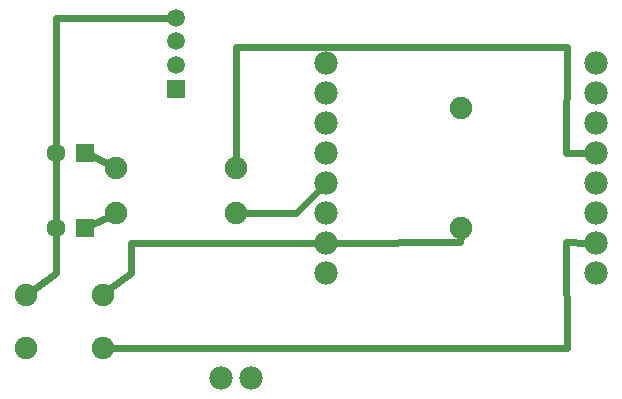
<source format=gtl>
G04 MADE WITH FRITZING*
G04 WWW.FRITZING.ORG*
G04 DOUBLE SIDED*
G04 HOLES PLATED*
G04 CONTOUR ON CENTER OF CONTOUR VECTOR*
%ASAXBY*%
%FSLAX23Y23*%
%MOIN*%
%OFA0B0*%
%SFA1.0B1.0*%
%ADD10C,0.078000*%
%ADD11C,0.075000*%
%ADD12C,0.059200*%
%ADD13C,0.062992*%
%ADD14C,0.077778*%
%ADD15R,0.059200X0.059200*%
%ADD16R,0.062992X0.062992*%
%ADD17C,0.024000*%
%LNCOPPER1*%
G90*
G70*
G54D10*
X942Y91D03*
X1042Y91D03*
G54D11*
X1742Y991D03*
X1742Y591D03*
G54D12*
X792Y1055D03*
X792Y1291D03*
X792Y1212D03*
X792Y1133D03*
G54D13*
X490Y841D03*
X392Y841D03*
X490Y591D03*
X392Y591D03*
G54D11*
X592Y791D03*
X992Y791D03*
X592Y641D03*
X992Y641D03*
G54D14*
X2192Y1141D03*
X2192Y1041D03*
X2192Y941D03*
X2192Y841D03*
X2192Y741D03*
X2192Y641D03*
X2192Y541D03*
X2192Y441D03*
X1292Y441D03*
X1292Y541D03*
X1292Y641D03*
X1292Y741D03*
X1292Y841D03*
X1292Y941D03*
X1292Y1041D03*
X1292Y1141D03*
X2192Y1141D03*
X2192Y1041D03*
X2192Y941D03*
X2192Y841D03*
X2192Y741D03*
X2192Y641D03*
X2192Y541D03*
X2192Y441D03*
X1292Y441D03*
X1292Y541D03*
X1292Y641D03*
X1292Y741D03*
X1292Y841D03*
X1292Y941D03*
X1292Y1041D03*
X1292Y1141D03*
G54D11*
X548Y191D03*
X292Y191D03*
X548Y368D03*
X292Y368D03*
G54D15*
X792Y1055D03*
G54D16*
X490Y841D03*
X490Y591D03*
G54D17*
X1321Y541D02*
X1740Y542D01*
D02*
X1740Y542D02*
X1741Y562D01*
D02*
X392Y441D02*
X392Y564D01*
D02*
X315Y385D02*
X392Y441D01*
D02*
X1191Y639D02*
X1021Y641D01*
D02*
X2092Y841D02*
X2094Y1192D01*
D02*
X2094Y1192D02*
X991Y1192D01*
D02*
X2163Y841D02*
X2092Y841D01*
D02*
X991Y1192D02*
X992Y819D01*
D02*
X1271Y720D02*
X1191Y639D01*
D02*
X566Y628D02*
X514Y603D01*
D02*
X641Y540D02*
X1263Y541D01*
D02*
X641Y441D02*
X641Y540D01*
D02*
X570Y386D02*
X641Y441D01*
D02*
X2092Y542D02*
X2163Y541D01*
D02*
X576Y191D02*
X2094Y191D01*
D02*
X2094Y191D02*
X2092Y542D01*
D02*
X514Y829D02*
X566Y803D01*
D02*
X392Y814D02*
X392Y618D01*
D02*
X765Y1291D02*
X392Y1290D01*
D02*
X392Y1290D02*
X392Y868D01*
G04 End of Copper1*
M02*
</source>
